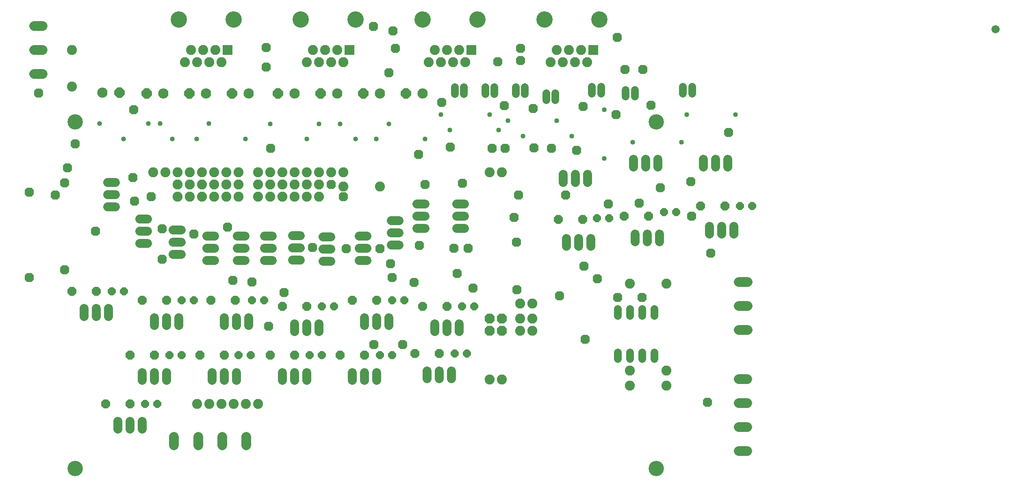
<source format=gts>
G75*
%MOIN*%
%OFA0B0*%
%FSLAX25Y25*%
%IPPOS*%
%LPD*%
%AMOC8*
5,1,8,0,0,1.08239X$1,22.5*
%
%ADD10C,0.12611*%
%ADD11C,0.06706*%
%ADD12C,0.08200*%
%ADD13R,0.08200X0.08200*%
%ADD14C,0.13398*%
%ADD15OC8,0.08200*%
%ADD16C,0.08400*%
%ADD17OC8,0.08400*%
%ADD18C,0.06400*%
%ADD19OC8,0.07100*%
%ADD20OC8,0.06400*%
%ADD21C,0.04000*%
%ADD22C,0.07200*%
%ADD23C,0.07900*%
%ADD24OC8,0.07556*%
D10*
X0177044Y0125970D03*
X0177044Y0410616D03*
X0653816Y0410616D03*
X0653816Y0125970D03*
D11*
X0931965Y0486600D03*
D12*
X0661965Y0277850D03*
X0631965Y0277850D03*
X0551965Y0261600D03*
X0541965Y0261600D03*
X0541965Y0249100D03*
X0551965Y0249100D03*
X0551965Y0239100D03*
X0541965Y0239100D03*
X0526965Y0199100D03*
X0516965Y0199100D03*
X0631965Y0194100D03*
X0631965Y0206600D03*
X0661965Y0206600D03*
X0661965Y0194100D03*
X0426965Y0357570D03*
X0396965Y0357570D03*
X0396965Y0369100D03*
X0386965Y0369100D03*
X0376965Y0369100D03*
X0366965Y0369100D03*
X0356965Y0369100D03*
X0346965Y0369100D03*
X0346965Y0359100D03*
X0356965Y0359100D03*
X0366965Y0359100D03*
X0376965Y0359100D03*
X0376965Y0349100D03*
X0366965Y0349100D03*
X0356965Y0349100D03*
X0346965Y0349100D03*
X0336965Y0349100D03*
X0326965Y0349100D03*
X0310965Y0349100D03*
X0300965Y0349100D03*
X0290965Y0349100D03*
X0280965Y0349100D03*
X0270965Y0349100D03*
X0260965Y0349100D03*
X0260965Y0359100D03*
X0260965Y0369100D03*
X0250965Y0369100D03*
X0240965Y0369100D03*
X0270965Y0369100D03*
X0270965Y0359100D03*
X0280965Y0359100D03*
X0280965Y0369100D03*
X0290965Y0369100D03*
X0290965Y0359100D03*
X0300965Y0359100D03*
X0300965Y0369100D03*
X0310965Y0369100D03*
X0310965Y0359100D03*
X0326965Y0359100D03*
X0326965Y0369100D03*
X0336965Y0369100D03*
X0336965Y0359100D03*
X0366965Y0459395D03*
X0376965Y0459395D03*
X0386965Y0459395D03*
X0396965Y0459395D03*
X0391965Y0469395D03*
X0381965Y0469395D03*
X0371965Y0469395D03*
X0296965Y0459395D03*
X0286965Y0459395D03*
X0276965Y0459395D03*
X0266965Y0459395D03*
X0271965Y0469395D03*
X0281965Y0469395D03*
X0291965Y0469395D03*
X0174465Y0469395D03*
X0174465Y0439395D03*
X0466965Y0459395D03*
X0476965Y0459395D03*
X0486965Y0459395D03*
X0481965Y0469395D03*
X0471965Y0469395D03*
X0491965Y0469395D03*
X0496965Y0459395D03*
X0566965Y0459395D03*
X0576965Y0459395D03*
X0586965Y0459395D03*
X0596965Y0459395D03*
X0591965Y0469395D03*
X0581965Y0469395D03*
X0571965Y0469395D03*
X0526965Y0369100D03*
X0516965Y0369100D03*
X0326965Y0179100D03*
X0316965Y0179100D03*
X0306965Y0179100D03*
X0296965Y0179100D03*
X0286965Y0179100D03*
X0276965Y0179100D03*
D13*
X0301965Y0469395D03*
X0401965Y0469395D03*
X0501965Y0469395D03*
X0601965Y0469395D03*
D14*
X0606965Y0494395D03*
X0561965Y0494395D03*
X0506965Y0494395D03*
X0461965Y0494395D03*
X0406965Y0494395D03*
X0361965Y0494395D03*
X0306965Y0494395D03*
X0261965Y0494395D03*
D15*
X0516965Y0249100D03*
X0526965Y0249100D03*
X0526965Y0239100D03*
X0516965Y0239100D03*
D16*
X0461965Y0433805D03*
X0426965Y0433805D03*
X0391965Y0433805D03*
X0356965Y0433805D03*
X0319465Y0433805D03*
X0284465Y0433805D03*
X0249465Y0433805D03*
X0199465Y0434395D03*
D17*
X0213215Y0434395D03*
X0235715Y0433805D03*
X0270715Y0433805D03*
X0305715Y0433805D03*
X0343215Y0433805D03*
X0378215Y0433805D03*
X0413215Y0433805D03*
X0448215Y0433805D03*
D18*
X0488215Y0433505D02*
X0488215Y0439105D01*
X0495715Y0439105D02*
X0495715Y0433505D01*
X0513215Y0433505D02*
X0513215Y0439105D01*
X0520715Y0439105D02*
X0520715Y0433505D01*
X0538215Y0433505D02*
X0538215Y0439105D01*
X0545715Y0439105D02*
X0545715Y0433505D01*
X0563215Y0434105D02*
X0563215Y0428505D01*
X0570715Y0428505D02*
X0570715Y0434105D01*
X0600715Y0433800D02*
X0600715Y0439400D01*
X0608215Y0439400D02*
X0608215Y0433800D01*
X0628510Y0431300D02*
X0628510Y0436900D01*
X0636010Y0436900D02*
X0636010Y0431300D01*
X0675420Y0433800D02*
X0675420Y0439400D01*
X0682920Y0439400D02*
X0682920Y0433800D01*
X0651965Y0257200D02*
X0651965Y0251600D01*
X0641965Y0251600D02*
X0641965Y0257200D01*
X0631965Y0257200D02*
X0631965Y0251600D01*
X0621965Y0251600D02*
X0621965Y0257200D01*
X0621965Y0221600D02*
X0621965Y0216000D01*
X0631965Y0216000D02*
X0631965Y0221600D01*
X0641965Y0221600D02*
X0641965Y0216000D01*
X0651965Y0216000D02*
X0651965Y0221600D01*
D19*
X0647497Y0333225D03*
X0627497Y0333225D03*
X0593215Y0330350D03*
X0573215Y0330350D03*
X0481965Y0259100D03*
X0461965Y0259100D03*
X0424465Y0264100D03*
X0404465Y0264100D03*
X0366965Y0259100D03*
X0346965Y0259100D03*
X0308215Y0264100D03*
X0288215Y0264100D03*
X0251965Y0264100D03*
X0231965Y0264100D03*
X0194465Y0271600D03*
X0174465Y0271600D03*
X0221965Y0219100D03*
X0241965Y0219100D03*
X0279465Y0219100D03*
X0299465Y0219100D03*
X0336965Y0219100D03*
X0356965Y0219100D03*
X0394465Y0219100D03*
X0414465Y0219100D03*
X0455715Y0220350D03*
X0475715Y0220350D03*
X0689997Y0341600D03*
X0709997Y0341600D03*
X0221965Y0179100D03*
X0201965Y0179100D03*
D20*
X0234465Y0179100D03*
X0244465Y0179100D03*
X0254465Y0219100D03*
X0264465Y0219100D03*
X0311010Y0219100D03*
X0321010Y0219100D03*
X0369465Y0219100D03*
X0379465Y0219100D03*
X0426965Y0219100D03*
X0436965Y0219100D03*
X0488215Y0220350D03*
X0498215Y0220350D03*
X0494465Y0259100D03*
X0504465Y0259100D03*
X0446965Y0264100D03*
X0436965Y0264100D03*
X0389465Y0259100D03*
X0379465Y0259100D03*
X0331965Y0264100D03*
X0321965Y0264100D03*
X0274465Y0264100D03*
X0264465Y0264100D03*
X0216965Y0271600D03*
X0206965Y0271600D03*
X0604997Y0331600D03*
X0614997Y0331600D03*
X0659997Y0336600D03*
X0669997Y0336600D03*
X0722497Y0341600D03*
X0732497Y0341600D03*
D21*
X0674465Y0393805D03*
X0678776Y0416600D03*
X0718776Y0416600D03*
X0634465Y0393805D03*
X0611010Y0380350D03*
X0584465Y0398805D03*
X0571965Y0411305D03*
X0544465Y0398805D03*
X0531965Y0411305D03*
X0524465Y0403805D03*
X0516965Y0416305D03*
X0484465Y0403805D03*
X0476965Y0416305D03*
X0464170Y0396600D03*
X0434465Y0408805D03*
X0424170Y0396600D03*
X0406965Y0396305D03*
X0394465Y0408805D03*
X0376965Y0408805D03*
X0366965Y0396305D03*
X0336965Y0408805D03*
X0316670Y0396600D03*
X0286670Y0409100D03*
X0276670Y0396600D03*
X0256670Y0396600D03*
X0246670Y0409100D03*
X0236965Y0409100D03*
X0216670Y0396600D03*
X0196965Y0409100D03*
X0611010Y0420350D03*
D22*
X0634997Y0379800D02*
X0634997Y0373400D01*
X0644997Y0373400D02*
X0644997Y0379800D01*
X0654997Y0379800D02*
X0654997Y0373400D01*
X0692497Y0373400D02*
X0692497Y0379800D01*
X0702497Y0379800D02*
X0702497Y0373400D01*
X0712497Y0373400D02*
X0712497Y0379800D01*
X0717497Y0324800D02*
X0717497Y0318400D01*
X0707497Y0318400D02*
X0707497Y0324800D01*
X0697497Y0324800D02*
X0697497Y0318400D01*
X0656247Y0318550D02*
X0656247Y0312150D01*
X0646247Y0312150D02*
X0646247Y0318550D01*
X0636247Y0318550D02*
X0636247Y0312150D01*
X0599997Y0314800D02*
X0599997Y0308400D01*
X0589997Y0308400D02*
X0589997Y0314800D01*
X0579997Y0314800D02*
X0579997Y0308400D01*
X0577497Y0360900D02*
X0577497Y0367300D01*
X0587497Y0367300D02*
X0587497Y0360900D01*
X0597497Y0360900D02*
X0597497Y0367300D01*
X0496415Y0343145D02*
X0490015Y0343145D01*
X0490015Y0333145D02*
X0496415Y0333145D01*
X0496415Y0323145D02*
X0490015Y0323145D01*
X0463915Y0323145D02*
X0457515Y0323145D01*
X0457515Y0333145D02*
X0463915Y0333145D01*
X0463915Y0343145D02*
X0457515Y0343145D01*
X0442665Y0329395D02*
X0436265Y0329395D01*
X0436265Y0319395D02*
X0442665Y0319395D01*
X0442665Y0309395D02*
X0436265Y0309395D01*
X0416415Y0306895D02*
X0410015Y0306895D01*
X0410015Y0296895D02*
X0416415Y0296895D01*
X0416415Y0316895D02*
X0410015Y0316895D01*
X0386815Y0316100D02*
X0380415Y0316100D01*
X0380415Y0306100D02*
X0386815Y0306100D01*
X0386815Y0296100D02*
X0380415Y0296100D01*
X0361715Y0297195D02*
X0355315Y0297195D01*
X0355315Y0307195D02*
X0361715Y0307195D01*
X0361715Y0317195D02*
X0355315Y0317195D01*
X0338715Y0316895D02*
X0332315Y0316895D01*
X0332315Y0306895D02*
X0338715Y0306895D01*
X0338715Y0296895D02*
X0332315Y0296895D01*
X0316415Y0296895D02*
X0310015Y0296895D01*
X0310015Y0306895D02*
X0316415Y0306895D01*
X0316415Y0316895D02*
X0310015Y0316895D01*
X0291415Y0316895D02*
X0285015Y0316895D01*
X0285015Y0306895D02*
X0291415Y0306895D01*
X0291415Y0296895D02*
X0285015Y0296895D01*
X0263915Y0301895D02*
X0257515Y0301895D01*
X0257515Y0311895D02*
X0263915Y0311895D01*
X0263915Y0321895D02*
X0257515Y0321895D01*
X0236415Y0320645D02*
X0230015Y0320645D01*
X0230015Y0310645D02*
X0236415Y0310645D01*
X0236415Y0330645D02*
X0230015Y0330645D01*
X0210165Y0340645D02*
X0203765Y0340645D01*
X0203765Y0350645D02*
X0210165Y0350645D01*
X0210165Y0360645D02*
X0203765Y0360645D01*
X0204465Y0257300D02*
X0204465Y0250900D01*
X0194465Y0250900D02*
X0194465Y0257300D01*
X0184465Y0257300D02*
X0184465Y0250900D01*
X0241965Y0249800D02*
X0241965Y0243400D01*
X0251965Y0243400D02*
X0251965Y0249800D01*
X0261965Y0249800D02*
X0261965Y0243400D01*
X0299465Y0243400D02*
X0299465Y0249800D01*
X0309465Y0249800D02*
X0309465Y0243400D01*
X0319465Y0243400D02*
X0319465Y0249800D01*
X0356965Y0244800D02*
X0356965Y0238400D01*
X0366965Y0238400D02*
X0366965Y0244800D01*
X0376965Y0244800D02*
X0376965Y0238400D01*
X0414465Y0243400D02*
X0414465Y0249800D01*
X0424465Y0249800D02*
X0424465Y0243400D01*
X0434465Y0243400D02*
X0434465Y0249800D01*
X0471965Y0244800D02*
X0471965Y0238400D01*
X0481965Y0238400D02*
X0481965Y0244800D01*
X0491965Y0244800D02*
X0491965Y0238400D01*
X0485715Y0206050D02*
X0485715Y0199650D01*
X0475715Y0199650D02*
X0475715Y0206050D01*
X0465715Y0206050D02*
X0465715Y0199650D01*
X0424465Y0198400D02*
X0424465Y0204800D01*
X0414465Y0204800D02*
X0414465Y0198400D01*
X0404465Y0198400D02*
X0404465Y0204800D01*
X0366965Y0204800D02*
X0366965Y0198400D01*
X0356965Y0198400D02*
X0356965Y0204800D01*
X0346965Y0204800D02*
X0346965Y0198400D01*
X0309465Y0198400D02*
X0309465Y0204800D01*
X0299465Y0204800D02*
X0299465Y0198400D01*
X0289465Y0198400D02*
X0289465Y0204800D01*
X0251965Y0204800D02*
X0251965Y0198400D01*
X0241965Y0198400D02*
X0241965Y0204800D01*
X0231965Y0204800D02*
X0231965Y0198400D01*
X0231965Y0164800D02*
X0231965Y0158400D01*
X0221965Y0158400D02*
X0221965Y0164800D01*
X0211965Y0164800D02*
X0211965Y0158400D01*
D23*
X0258207Y0152071D02*
X0258207Y0144971D01*
X0277892Y0144971D02*
X0277892Y0152071D01*
X0297577Y0152071D02*
X0297577Y0144971D01*
X0317262Y0144971D02*
X0317262Y0152071D01*
X0721407Y0160183D02*
X0728507Y0160183D01*
X0728507Y0140498D02*
X0721407Y0140498D01*
X0721407Y0179868D02*
X0728507Y0179868D01*
X0728507Y0199553D02*
X0721407Y0199553D01*
X0721486Y0239710D02*
X0728586Y0239710D01*
X0728586Y0259395D02*
X0721486Y0259395D01*
X0721486Y0279080D02*
X0728586Y0279080D01*
X0150436Y0449710D02*
X0143336Y0449710D01*
X0143336Y0469395D02*
X0150436Y0469395D01*
X0150436Y0489080D02*
X0143336Y0489080D01*
D24*
X0146965Y0434100D03*
X0176915Y0392350D03*
X0170715Y0372850D03*
X0168215Y0360350D03*
X0160715Y0350350D03*
X0139465Y0352850D03*
X0193815Y0320800D03*
X0225715Y0345350D03*
X0239465Y0349100D03*
X0224465Y0364725D03*
X0248215Y0322850D03*
X0274265Y0318600D03*
X0302165Y0324000D03*
X0248215Y0297850D03*
X0306340Y0280350D03*
X0321965Y0279100D03*
X0348215Y0270350D03*
X0335715Y0242850D03*
X0371715Y0307300D03*
X0399265Y0306450D03*
X0426965Y0306600D03*
X0435715Y0294100D03*
X0436965Y0282850D03*
X0455165Y0278850D03*
X0490265Y0286250D03*
X0503215Y0274100D03*
X0539465Y0272850D03*
X0574465Y0267850D03*
X0605265Y0281800D03*
X0594465Y0292225D03*
X0621965Y0266600D03*
X0641965Y0266600D03*
X0595265Y0232200D03*
X0695715Y0180350D03*
X0698215Y0302850D03*
X0682865Y0333000D03*
X0656965Y0356600D03*
X0639665Y0343800D03*
X0614465Y0343200D03*
X0579465Y0350350D03*
X0540665Y0350600D03*
X0537065Y0332100D03*
X0539065Y0311800D03*
X0499265Y0306900D03*
X0487715Y0306900D03*
X0459465Y0309100D03*
X0396965Y0349100D03*
X0386965Y0359100D03*
X0337265Y0388800D03*
X0333665Y0455400D03*
X0333665Y0471400D03*
X0421865Y0488700D03*
X0437865Y0485100D03*
X0439865Y0470700D03*
X0434465Y0450900D03*
X0477665Y0426600D03*
X0523565Y0459900D03*
X0542465Y0460800D03*
X0542465Y0470700D03*
X0528965Y0423900D03*
X0552590Y0421600D03*
X0593765Y0423000D03*
X0620715Y0416600D03*
X0649465Y0424100D03*
X0642865Y0453600D03*
X0627965Y0453600D03*
X0621665Y0479700D03*
X0712965Y0401800D03*
X0681965Y0361600D03*
X0588365Y0387000D03*
X0567665Y0388800D03*
X0553215Y0389100D03*
X0529865Y0388800D03*
X0519065Y0388800D03*
X0484865Y0389700D03*
X0458765Y0383900D03*
X0464165Y0359100D03*
X0494765Y0360000D03*
X0445715Y0227850D03*
X0421965Y0227850D03*
X0168215Y0289100D03*
X0139465Y0282850D03*
X0225015Y0420400D03*
M02*

</source>
